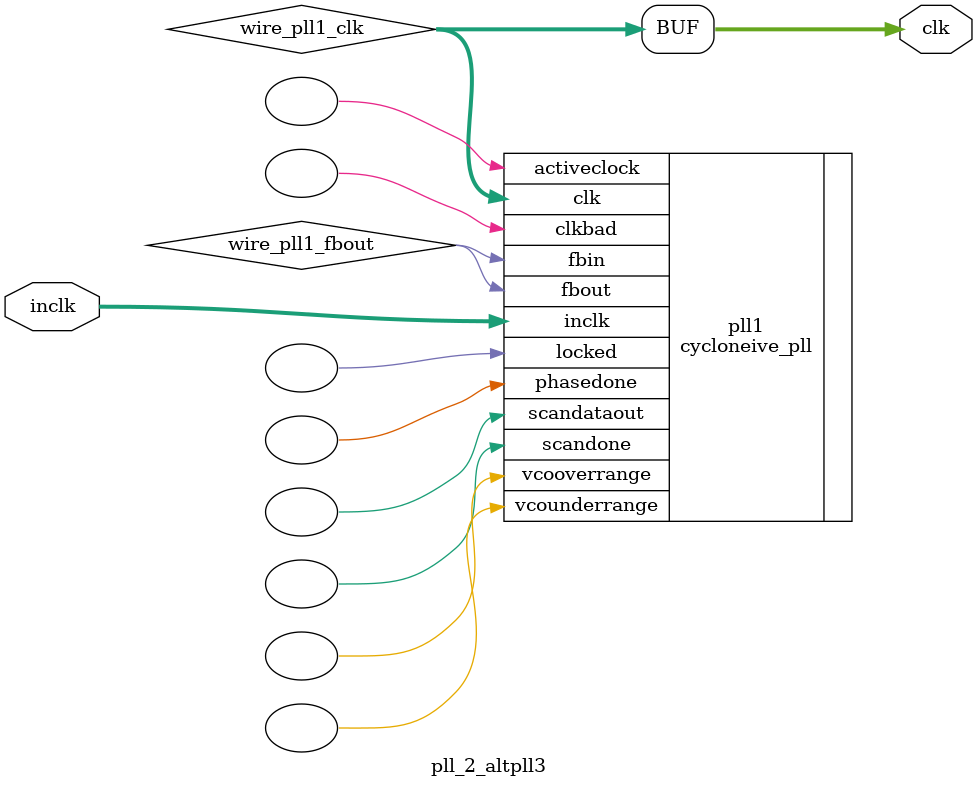
<source format=v>






//synthesis_resources = cycloneive_pll 1 
//synopsys translate_off
`timescale 1 ps / 1 ps
//synopsys translate_on
module  pll_2_altpll3
	( 
	clk,
	inclk) /* synthesis synthesis_clearbox=1 */;
	output   [4:0]  clk;
	input   [1:0]  inclk;
`ifndef ALTERA_RESERVED_QIS
// synopsys translate_off
`endif
	tri0   [1:0]  inclk;
`ifndef ALTERA_RESERVED_QIS
// synopsys translate_on
`endif

	wire  [4:0]   wire_pll1_clk;
	wire  wire_pll1_fbout;

	cycloneive_pll   pll1
	( 
	.activeclock(),
	.clk(wire_pll1_clk),
	.clkbad(),
	.fbin(wire_pll1_fbout),
	.fbout(wire_pll1_fbout),
	.inclk(inclk),
	.locked(),
	.phasedone(),
	.scandataout(),
	.scandone(),
	.vcooverrange(),
	.vcounderrange()
	`ifndef FORMAL_VERIFICATION
	// synopsys translate_off
	`endif
	,
	.areset(1'b0),
	.clkswitch(1'b0),
	.configupdate(1'b0),
	.pfdena(1'b1),
	.phasecounterselect({3{1'b0}}),
	.phasestep(1'b0),
	.phaseupdown(1'b0),
	.scanclk(1'b0),
	.scanclkena(1'b1),
	.scandata(1'b0)
	`ifndef FORMAL_VERIFICATION
	// synopsys translate_on
	`endif
	);
	defparam
		pll1.bandwidth_type = "auto",
		pll1.clk0_divide_by = 100,
		pll1.clk0_duty_cycle = 50,
		pll1.clk0_multiply_by = 1,
		pll1.clk0_phase_shift = "0",
		pll1.compensate_clock = "clk0",
		pll1.inclk0_input_frequency = 10000,
		pll1.operation_mode = "normal",
		pll1.pll_type = "auto",
		pll1.lpm_type = "cycloneive_pll";
	assign
		clk = {wire_pll1_clk[4:0]};
endmodule //pll_2_altpll3
//VALID FILE

</source>
